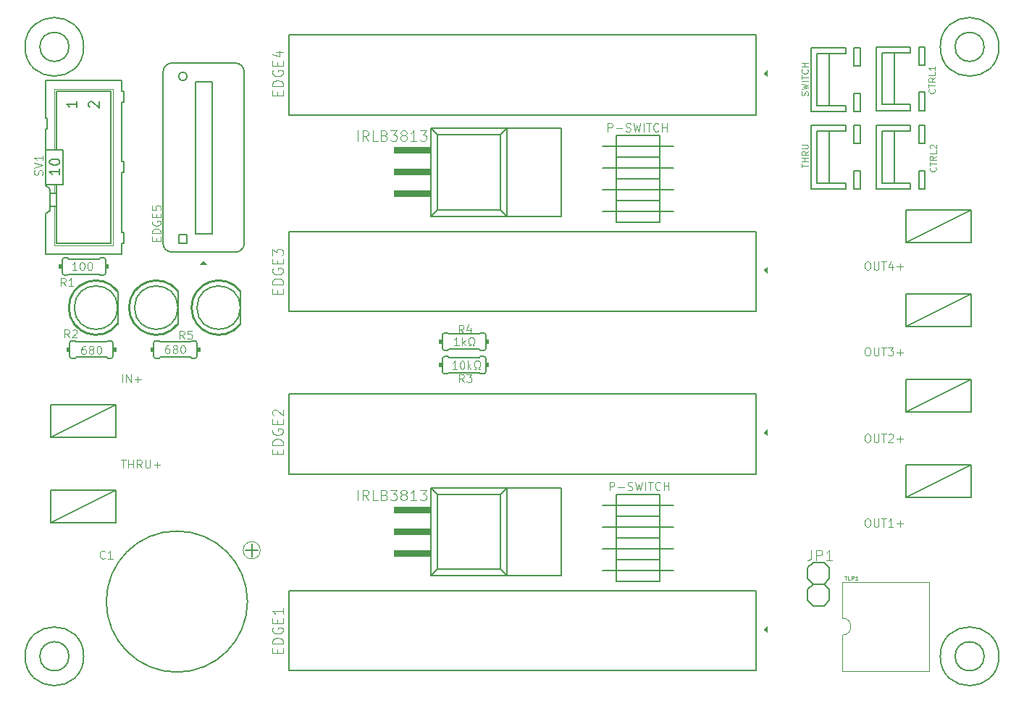
<source format=gbr>
%TF.GenerationSoftware,KiCad,Pcbnew,(5.1.10)-1*%
%TF.CreationDate,2022-06-25T22:45:11+09:00*%
%TF.ProjectId,PowerUnit-Bseries(ver1.0),506f7765-7255-46e6-9974-2d4273657269,rev?*%
%TF.SameCoordinates,Original*%
%TF.FileFunction,Legend,Top*%
%TF.FilePolarity,Positive*%
%FSLAX46Y46*%
G04 Gerber Fmt 4.6, Leading zero omitted, Abs format (unit mm)*
G04 Created by KiCad (PCBNEW (5.1.10)-1) date 2022-06-25 22:45:11*
%MOMM*%
%LPD*%
G01*
G04 APERTURE LIST*
%ADD10C,0.100000*%
%ADD11C,0.152400*%
%ADD12C,0.127000*%
%ADD13C,0.203200*%
%ADD14C,0.254000*%
%ADD15C,0.050800*%
%ADD16C,0.150000*%
%ADD17C,0.077216*%
%ADD18C,0.076000*%
%ADD19C,0.060800*%
%ADD20C,0.120650*%
%ADD21C,0.094107*%
%ADD22C,0.095000*%
%ADD23C,0.038000*%
%ADD24C,0.096520*%
G04 APERTURE END LIST*
D10*
%TO.C,C1*%
X119224100Y-128105600D02*
G75*
G03*
X119224100Y-128105600I-1000000J0D01*
G01*
D11*
X118224100Y-127355600D02*
X118224100Y-128855600D01*
X117474100Y-128105600D02*
X118974100Y-128105600D01*
X117724100Y-134105600D02*
G75*
G03*
X117724100Y-134105600I-8250000J0D01*
G01*
D12*
%TO.C,CTRL1*%
X196250100Y-71373600D02*
X196950100Y-71373600D01*
X196250100Y-71373600D02*
X196250100Y-69233600D01*
X196950100Y-69233600D02*
X196250100Y-69233600D01*
X196950100Y-71373600D02*
X196950100Y-69233600D01*
X196250100Y-74533600D02*
X196950100Y-74533600D01*
X195250100Y-69933600D02*
X195250100Y-69233600D01*
X195250100Y-76673600D02*
X195250100Y-75973600D01*
X193330100Y-75973600D02*
X193330100Y-69933600D01*
X193330100Y-75973600D02*
X191900100Y-75973600D01*
X195250100Y-75973600D02*
X193330100Y-75973600D01*
X196250100Y-74533600D02*
X196250100Y-76673600D01*
X193330100Y-69933600D02*
X195250100Y-69933600D01*
X191900100Y-69933600D02*
X193330100Y-69933600D01*
X191900100Y-75973600D02*
X191900100Y-69933600D01*
X195250100Y-76673600D02*
X191200100Y-76673600D01*
X196950100Y-76673600D02*
X196250100Y-76673600D01*
X196950100Y-74533600D02*
X196950100Y-76673600D01*
X191200100Y-69233600D02*
X195250100Y-69233600D01*
X191200100Y-76673600D02*
X191200100Y-69233600D01*
%TO.C,CTRL2*%
X196250100Y-80551600D02*
X196950100Y-80551600D01*
X196250100Y-80551600D02*
X196250100Y-78411600D01*
X196950100Y-78411600D02*
X196250100Y-78411600D01*
X196950100Y-80551600D02*
X196950100Y-78411600D01*
X196250100Y-83711600D02*
X196950100Y-83711600D01*
X195250100Y-79111600D02*
X195250100Y-78411600D01*
X195250100Y-85851600D02*
X195250100Y-85151600D01*
X193330100Y-85151600D02*
X193330100Y-79111600D01*
X193330100Y-85151600D02*
X191900100Y-85151600D01*
X195250100Y-85151600D02*
X193330100Y-85151600D01*
X196250100Y-83711600D02*
X196250100Y-85851600D01*
X193330100Y-79111600D02*
X195250100Y-79111600D01*
X191900100Y-79111600D02*
X193330100Y-79111600D01*
X191900100Y-85151600D02*
X191900100Y-79111600D01*
X195250100Y-85851600D02*
X191200100Y-85851600D01*
X196950100Y-85851600D02*
X196250100Y-85851600D01*
X196950100Y-83711600D02*
X196950100Y-85851600D01*
X191200100Y-78411600D02*
X195250100Y-78411600D01*
X191200100Y-85851600D02*
X191200100Y-78411600D01*
D10*
%TO.C,EDGE5*%
G36*
X112104100Y-94732600D02*
G01*
X112604100Y-94232600D01*
X113104100Y-94732600D01*
X112104100Y-94732600D01*
G37*
D11*
X110678400Y-72683600D02*
G75*
G03*
X110678400Y-72683600I-500000J0D01*
G01*
X109678400Y-91183600D02*
X109678400Y-92183600D01*
X110678400Y-91183600D02*
X109678400Y-91183600D01*
X110678400Y-92183600D02*
X110678400Y-91183600D01*
X109678400Y-92183600D02*
X110678400Y-92183600D01*
X111632550Y-73293600D02*
X111632550Y-91073600D01*
X113575650Y-73293600D02*
X111632550Y-73293600D01*
X113575650Y-91073600D02*
X113575650Y-73293600D01*
X111632550Y-91073600D02*
X113575650Y-91073600D01*
X117341200Y-92232600D02*
X117341200Y-72134600D01*
X108867000Y-93232600D02*
X116341200Y-93232600D01*
X107867000Y-72134600D02*
X107867000Y-92232600D01*
X116341200Y-71134600D02*
X108867000Y-71134600D01*
X116341200Y-71134600D02*
G75*
G02*
X117341200Y-72134600I0J-1000000D01*
G01*
X117341200Y-92232600D02*
G75*
G02*
X116341200Y-93232600I-1000000J0D01*
G01*
X108867000Y-93232600D02*
G75*
G02*
X107867000Y-92232600I0J1000000D01*
G01*
X107867000Y-72134600D02*
G75*
G02*
X108867000Y-71134600I1000000J0D01*
G01*
D12*
%TO.C,IN-*%
X102311100Y-111098600D02*
X94691100Y-114908600D01*
X102311100Y-114908600D02*
X94691100Y-114908600D01*
X102311100Y-111098600D02*
X102311100Y-114908600D01*
X94691100Y-111098600D02*
X102311100Y-111098600D01*
X94691100Y-114908600D02*
X94691100Y-111098600D01*
D11*
%TO.C,JP1*%
X183211100Y-132691600D02*
X183846100Y-132056600D01*
X183211100Y-133961600D02*
X183211100Y-132691600D01*
X183846100Y-134596600D02*
X183211100Y-133961600D01*
X185116100Y-134596600D02*
X183846100Y-134596600D01*
X185751100Y-133961600D02*
X185116100Y-134596600D01*
X185751100Y-132691600D02*
X185751100Y-133961600D01*
X185116100Y-132056600D02*
X185751100Y-132691600D01*
X183211100Y-131421600D02*
X183211100Y-130151600D01*
X183846100Y-129516600D02*
X183211100Y-130151600D01*
X185751100Y-130151600D02*
X185116100Y-129516600D01*
X185116100Y-129516600D02*
X183846100Y-129516600D01*
X183846100Y-132056600D02*
X183211100Y-131421600D01*
X185116100Y-132056600D02*
X183846100Y-132056600D01*
X185751100Y-131421600D02*
X185116100Y-132056600D01*
X185751100Y-130151600D02*
X185751100Y-131421600D01*
%TO.C,LED1*%
X102555100Y-99729600D02*
G75*
G03*
X102555100Y-99729600I-2540000J0D01*
G01*
D13*
X102555100Y-101634600D02*
X102555100Y-97824600D01*
D14*
X102555100Y-97824600D02*
G75*
G03*
X102555100Y-101634600I-2540000J-1905000D01*
G01*
D11*
%TO.C,LED2*%
X109601100Y-99729600D02*
G75*
G03*
X109601100Y-99729600I-2540000J0D01*
G01*
D13*
X109601100Y-101634600D02*
X109601100Y-97824600D01*
D14*
X109601100Y-97824600D02*
G75*
G03*
X109601100Y-101634600I-2540000J-1905000D01*
G01*
D11*
%TO.C,LED3*%
X116901100Y-99729600D02*
G75*
G03*
X116901100Y-99729600I-2540000J0D01*
G01*
D13*
X116901100Y-101634600D02*
X116901100Y-97824600D01*
D14*
X116901100Y-97824600D02*
G75*
G03*
X116901100Y-101634600I-2540000J-1905000D01*
G01*
D12*
%TO.C,OUT1-*%
X194691100Y-121908600D02*
X202311100Y-118098600D01*
X194691100Y-118098600D02*
X202311100Y-118098600D01*
X194691100Y-121908600D02*
X194691100Y-118098600D01*
X202311100Y-121908600D02*
X194691100Y-121908600D01*
X202311100Y-118098600D02*
X202311100Y-121908600D01*
%TO.C,OUT2-*%
X194691100Y-111908600D02*
X202311100Y-108098600D01*
X194691100Y-108098600D02*
X202311100Y-108098600D01*
X194691100Y-111908600D02*
X194691100Y-108098600D01*
X202311100Y-111908600D02*
X194691100Y-111908600D01*
X202311100Y-108098600D02*
X202311100Y-111908600D01*
%TO.C,OUT3-*%
X194691100Y-101908600D02*
X202311100Y-98098600D01*
X194691100Y-98098600D02*
X202311100Y-98098600D01*
X194691100Y-101908600D02*
X194691100Y-98098600D01*
X202311100Y-101908600D02*
X194691100Y-101908600D01*
X202311100Y-98098600D02*
X202311100Y-101908600D01*
%TO.C,OUT4-*%
X194691100Y-92108600D02*
X202311100Y-88298600D01*
X194691100Y-88298600D02*
X202311100Y-88298600D01*
X194691100Y-92108600D02*
X194691100Y-88298600D01*
X202311100Y-92108600D02*
X194691100Y-92108600D01*
X202311100Y-88298600D02*
X202311100Y-92108600D01*
%TO.C,P-1*%
X165910100Y-131773600D02*
X165910100Y-129233600D01*
X160830100Y-131773600D02*
X165910100Y-131773600D01*
X160830100Y-129233600D02*
X160830100Y-131773600D01*
X165910100Y-129233600D02*
X160830100Y-129233600D01*
X167500775Y-130503600D02*
X159239425Y-130503600D01*
%TO.C,P-2*%
X165910100Y-129233600D02*
X165910100Y-126693600D01*
X160830100Y-129233600D02*
X165910100Y-129233600D01*
X160830100Y-126693600D02*
X160830100Y-129233600D01*
X165910100Y-126693600D02*
X160830100Y-126693600D01*
X167500775Y-127963600D02*
X159239425Y-127963600D01*
%TO.C,P-3*%
X165910100Y-126693600D02*
X165910100Y-124153600D01*
X160830100Y-126693600D02*
X165910100Y-126693600D01*
X160830100Y-124153600D02*
X160830100Y-126693600D01*
X165910100Y-124153600D02*
X160830100Y-124153600D01*
X167500775Y-125423600D02*
X159239425Y-125423600D01*
%TO.C,P-4*%
X165910100Y-124153600D02*
X165910100Y-121613600D01*
X160830100Y-124153600D02*
X165910100Y-124153600D01*
X160830100Y-121613600D02*
X160830100Y-124153600D01*
X165910100Y-121613600D02*
X160830100Y-121613600D01*
X167500775Y-122883600D02*
X159239425Y-122883600D01*
%TO.C,P-5*%
X165910100Y-89773600D02*
X165910100Y-87233600D01*
X160830100Y-89773600D02*
X165910100Y-89773600D01*
X160830100Y-87233600D02*
X160830100Y-89773600D01*
X165910100Y-87233600D02*
X160830100Y-87233600D01*
X167500775Y-88503600D02*
X159239425Y-88503600D01*
%TO.C,P-6*%
X165910100Y-87233600D02*
X165910100Y-84693600D01*
X160830100Y-87233600D02*
X165910100Y-87233600D01*
X160830100Y-84693600D02*
X160830100Y-87233600D01*
X165910100Y-84693600D02*
X160830100Y-84693600D01*
X167500775Y-85963600D02*
X159239425Y-85963600D01*
%TO.C,P-7*%
X165910100Y-84693600D02*
X165910100Y-82153600D01*
X160830100Y-84693600D02*
X165910100Y-84693600D01*
X160830100Y-82153600D02*
X160830100Y-84693600D01*
X165910100Y-82153600D02*
X160830100Y-82153600D01*
X167500775Y-83423600D02*
X159239425Y-83423600D01*
%TO.C,P-8*%
X167500775Y-80883600D02*
X159239425Y-80883600D01*
X165910100Y-79613600D02*
X160830100Y-79613600D01*
X160830100Y-79613600D02*
X160830100Y-82153600D01*
X160830100Y-82153600D02*
X165910100Y-82153600D01*
X165910100Y-82153600D02*
X165910100Y-79613600D01*
D10*
%TO.C,R1*%
G36*
X95694100Y-95169600D02*
G01*
X96075100Y-95169600D01*
X96075100Y-94661600D01*
X95694100Y-94661600D01*
X95694100Y-95169600D01*
G37*
G36*
X101155100Y-95169600D02*
G01*
X101536100Y-95169600D01*
X101536100Y-94661600D01*
X101155100Y-94661600D01*
X101155100Y-95169600D01*
G37*
D11*
X101155100Y-95677600D02*
X101155100Y-94153600D01*
X100901100Y-95931600D02*
X100520100Y-95931600D01*
X100901100Y-93899600D02*
X100520100Y-93899600D01*
X100393100Y-95804600D02*
X96837100Y-95804600D01*
X100393100Y-95804600D02*
X100520100Y-95931600D01*
X100393100Y-94026600D02*
X96837100Y-94026600D01*
X100393100Y-94026600D02*
X100520100Y-93899600D01*
X96837100Y-95804600D02*
X96710100Y-95931600D01*
X96329100Y-95931600D02*
X96710100Y-95931600D01*
X96837100Y-94026600D02*
X96710100Y-93899600D01*
X96329100Y-93899600D02*
X96710100Y-93899600D01*
X96075100Y-95677600D02*
X96075100Y-94153600D01*
X101155100Y-94153600D02*
G75*
G03*
X100901100Y-93899600I-254000J0D01*
G01*
X101155100Y-95677600D02*
G75*
G02*
X100901100Y-95931600I-254000J0D01*
G01*
X96329100Y-95931600D02*
G75*
G02*
X96075100Y-95677600I0J254000D01*
G01*
X96329100Y-93899600D02*
G75*
G03*
X96075100Y-94153600I0J-254000D01*
G01*
D10*
%TO.C,R2*%
G36*
X96543100Y-104887600D02*
G01*
X96924100Y-104887600D01*
X96924100Y-104379600D01*
X96543100Y-104379600D01*
X96543100Y-104887600D01*
G37*
G36*
X102004100Y-104887600D02*
G01*
X102385100Y-104887600D01*
X102385100Y-104379600D01*
X102004100Y-104379600D01*
X102004100Y-104887600D01*
G37*
D11*
X102004100Y-105395600D02*
X102004100Y-103871600D01*
X101750100Y-105649600D02*
X101369100Y-105649600D01*
X101750100Y-103617600D02*
X101369100Y-103617600D01*
X101242100Y-105522600D02*
X97686100Y-105522600D01*
X101242100Y-105522600D02*
X101369100Y-105649600D01*
X101242100Y-103744600D02*
X97686100Y-103744600D01*
X101242100Y-103744600D02*
X101369100Y-103617600D01*
X97686100Y-105522600D02*
X97559100Y-105649600D01*
X97178100Y-105649600D02*
X97559100Y-105649600D01*
X97686100Y-103744600D02*
X97559100Y-103617600D01*
X97178100Y-103617600D02*
X97559100Y-103617600D01*
X96924100Y-105395600D02*
X96924100Y-103871600D01*
X102004100Y-103871600D02*
G75*
G03*
X101750100Y-103617600I-254000J0D01*
G01*
X102004100Y-105395600D02*
G75*
G02*
X101750100Y-105649600I-254000J0D01*
G01*
X97178100Y-105649600D02*
G75*
G02*
X96924100Y-105395600I0J254000D01*
G01*
X97178100Y-103617600D02*
G75*
G03*
X96924100Y-103871600I0J-254000D01*
G01*
D10*
%TO.C,R3*%
G36*
X145978880Y-103459280D02*
G01*
X145597880Y-103459280D01*
X145597880Y-103967280D01*
X145978880Y-103967280D01*
X145978880Y-103459280D01*
G37*
G36*
X140517880Y-103459280D02*
G01*
X140136880Y-103459280D01*
X140136880Y-103967280D01*
X140517880Y-103967280D01*
X140517880Y-103459280D01*
G37*
D11*
X140517880Y-102951280D02*
X140517880Y-104475280D01*
X140771880Y-102697280D02*
X141152880Y-102697280D01*
X140771880Y-104729280D02*
X141152880Y-104729280D01*
X141279880Y-102824280D02*
X144835880Y-102824280D01*
X141279880Y-102824280D02*
X141152880Y-102697280D01*
X141279880Y-104602280D02*
X144835880Y-104602280D01*
X141279880Y-104602280D02*
X141152880Y-104729280D01*
X144835880Y-102824280D02*
X144962880Y-102697280D01*
X145343880Y-102697280D02*
X144962880Y-102697280D01*
X144835880Y-104602280D02*
X144962880Y-104729280D01*
X145343880Y-104729280D02*
X144962880Y-104729280D01*
X145597880Y-102951280D02*
X145597880Y-104475280D01*
X140517880Y-104475280D02*
G75*
G03*
X140771880Y-104729280I254000J0D01*
G01*
X140517880Y-102951280D02*
G75*
G02*
X140771880Y-102697280I254000J0D01*
G01*
X145343880Y-102697280D02*
G75*
G02*
X145597880Y-102951280I0J-254000D01*
G01*
X145343880Y-104729280D02*
G75*
G03*
X145597880Y-104475280I0J254000D01*
G01*
D10*
%TO.C,R4*%
G36*
X140136880Y-106715560D02*
G01*
X140517880Y-106715560D01*
X140517880Y-106207560D01*
X140136880Y-106207560D01*
X140136880Y-106715560D01*
G37*
G36*
X145597880Y-106715560D02*
G01*
X145978880Y-106715560D01*
X145978880Y-106207560D01*
X145597880Y-106207560D01*
X145597880Y-106715560D01*
G37*
D11*
X145597880Y-107223560D02*
X145597880Y-105699560D01*
X145343880Y-107477560D02*
X144962880Y-107477560D01*
X145343880Y-105445560D02*
X144962880Y-105445560D01*
X144835880Y-107350560D02*
X141279880Y-107350560D01*
X144835880Y-107350560D02*
X144962880Y-107477560D01*
X144835880Y-105572560D02*
X141279880Y-105572560D01*
X144835880Y-105572560D02*
X144962880Y-105445560D01*
X141279880Y-107350560D02*
X141152880Y-107477560D01*
X140771880Y-107477560D02*
X141152880Y-107477560D01*
X141279880Y-105572560D02*
X141152880Y-105445560D01*
X140771880Y-105445560D02*
X141152880Y-105445560D01*
X140517880Y-107223560D02*
X140517880Y-105699560D01*
X145597880Y-105699560D02*
G75*
G03*
X145343880Y-105445560I-254000J0D01*
G01*
X145597880Y-107223560D02*
G75*
G02*
X145343880Y-107477560I-254000J0D01*
G01*
X140771880Y-107477560D02*
G75*
G02*
X140517880Y-107223560I0J254000D01*
G01*
X140771880Y-105445560D02*
G75*
G03*
X140517880Y-105699560I0J-254000D01*
G01*
D10*
%TO.C,R5*%
G36*
X112208100Y-104379600D02*
G01*
X111827100Y-104379600D01*
X111827100Y-104887600D01*
X112208100Y-104887600D01*
X112208100Y-104379600D01*
G37*
G36*
X106747100Y-104379600D02*
G01*
X106366100Y-104379600D01*
X106366100Y-104887600D01*
X106747100Y-104887600D01*
X106747100Y-104379600D01*
G37*
D11*
X106747100Y-103871600D02*
X106747100Y-105395600D01*
X107001100Y-103617600D02*
X107382100Y-103617600D01*
X107001100Y-105649600D02*
X107382100Y-105649600D01*
X107509100Y-103744600D02*
X111065100Y-103744600D01*
X107509100Y-103744600D02*
X107382100Y-103617600D01*
X107509100Y-105522600D02*
X111065100Y-105522600D01*
X107509100Y-105522600D02*
X107382100Y-105649600D01*
X111065100Y-103744600D02*
X111192100Y-103617600D01*
X111573100Y-103617600D02*
X111192100Y-103617600D01*
X111065100Y-105522600D02*
X111192100Y-105649600D01*
X111573100Y-105649600D02*
X111192100Y-105649600D01*
X111827100Y-103871600D02*
X111827100Y-105395600D01*
X106747100Y-105395600D02*
G75*
G03*
X107001100Y-105649600I254000J0D01*
G01*
X106747100Y-103871600D02*
G75*
G02*
X107001100Y-103617600I254000J0D01*
G01*
X111573100Y-103617600D02*
G75*
G02*
X111827100Y-103871600I0J-254000D01*
G01*
X111573100Y-105649600D02*
G75*
G03*
X111827100Y-105395600I0J254000D01*
G01*
D12*
%TO.C,SV1*%
X94138100Y-77595600D02*
X94138100Y-73150600D01*
X94138100Y-77595600D02*
X94265100Y-77595600D01*
X94265100Y-78865600D02*
X94265100Y-77595600D01*
X94265100Y-78865600D02*
X94138100Y-78865600D01*
X94138100Y-81278600D02*
X94138100Y-78865600D01*
X94646100Y-87882600D02*
X94646100Y-86358600D01*
X95154100Y-87882600D02*
X94646100Y-87882600D01*
X94646100Y-86358600D02*
X94646100Y-85850600D01*
X95154100Y-86358600D02*
X94646100Y-86358600D01*
X95154100Y-81278600D02*
X94138100Y-81278600D01*
D15*
X95154100Y-74166600D02*
X95154100Y-81278600D01*
X102012100Y-74166600D02*
X95154100Y-74166600D01*
X102012100Y-92454600D02*
X102012100Y-74166600D01*
X95154100Y-92454600D02*
X102012100Y-92454600D01*
X95154100Y-87882600D02*
X95154100Y-92454600D01*
D12*
X95154100Y-85342600D02*
X94138100Y-85342600D01*
D15*
X95154100Y-86358600D02*
X95154100Y-85342600D01*
D12*
X94646100Y-88390600D02*
X94646100Y-87882600D01*
X94646100Y-88390600D02*
X94138100Y-88771600D01*
X94138100Y-85469600D02*
X94646100Y-85850600D01*
X95408100Y-87882600D02*
X95408100Y-86358600D01*
X95408100Y-87882600D02*
X95154100Y-87882600D01*
X95408100Y-86358600D02*
X95408100Y-85342600D01*
X95408100Y-86358600D02*
X95154100Y-86358600D01*
X94138100Y-85342600D02*
X94138100Y-81278600D01*
X94138100Y-85469600D02*
X94138100Y-85342600D01*
X103028100Y-75690600D02*
X103028100Y-82675600D01*
X103282100Y-75690600D02*
X103028100Y-75690600D01*
X103282100Y-74420600D02*
X103028100Y-74420600D01*
X103282100Y-75690600D02*
X103282100Y-74420600D01*
X103282100Y-82675600D02*
X103028100Y-82675600D01*
X103028100Y-83945600D02*
X103028100Y-90930600D01*
X103282100Y-83945600D02*
X103028100Y-83945600D01*
X103282100Y-83945600D02*
X103282100Y-82675600D01*
X103028100Y-92200600D02*
X103028100Y-93470600D01*
X103028100Y-90930600D02*
X103282100Y-90930600D01*
X103282100Y-92200600D02*
X103282100Y-90930600D01*
X103028100Y-92200600D02*
X103282100Y-92200600D01*
X95408100Y-85342600D02*
X95154100Y-85342600D01*
X96170100Y-85342600D02*
X95408100Y-85342600D01*
X95408100Y-81278600D02*
X95154100Y-81278600D01*
X95408100Y-81278600D02*
X95408100Y-74420600D01*
X95408100Y-81278600D02*
X96170100Y-81278600D01*
X96170100Y-85342600D02*
X96170100Y-81278600D01*
X95408100Y-92200600D02*
X95408100Y-87882600D01*
X103028100Y-73150600D02*
X94138100Y-73150600D01*
X94138100Y-93470600D02*
X103028100Y-93470600D01*
X94138100Y-93470600D02*
X94138100Y-88771600D01*
X103028100Y-73150600D02*
X103028100Y-74420600D01*
X101758100Y-74420600D02*
X95408100Y-74420600D01*
X95408100Y-92200600D02*
X101758100Y-92200600D01*
X101758100Y-74420600D02*
X101758100Y-92200600D01*
%TO.C,SWITCH*%
X188647100Y-71500600D02*
X189347100Y-71500600D01*
X188647100Y-71500600D02*
X188647100Y-69360600D01*
X189347100Y-69360600D02*
X188647100Y-69360600D01*
X189347100Y-71500600D02*
X189347100Y-69360600D01*
X188647100Y-74660600D02*
X189347100Y-74660600D01*
X187647100Y-70060600D02*
X187647100Y-69360600D01*
X187647100Y-76800600D02*
X187647100Y-76100600D01*
X185727100Y-76100600D02*
X185727100Y-70060600D01*
X185727100Y-76100600D02*
X184297100Y-76100600D01*
X187647100Y-76100600D02*
X185727100Y-76100600D01*
X188647100Y-74660600D02*
X188647100Y-76800600D01*
X185727100Y-70060600D02*
X187647100Y-70060600D01*
X184297100Y-70060600D02*
X185727100Y-70060600D01*
X184297100Y-76100600D02*
X184297100Y-70060600D01*
X187647100Y-76800600D02*
X183597100Y-76800600D01*
X189347100Y-76800600D02*
X188647100Y-76800600D01*
X189347100Y-74660600D02*
X189347100Y-76800600D01*
X183597100Y-69360600D02*
X187647100Y-69360600D01*
X183597100Y-76800600D02*
X183597100Y-69360600D01*
%TO.C,THRU-*%
X102311100Y-121098600D02*
X94691100Y-124908600D01*
X102311100Y-124908600D02*
X94691100Y-124908600D01*
X102311100Y-121098600D02*
X102311100Y-124908600D01*
X94691100Y-121098600D02*
X102311100Y-121098600D01*
X94691100Y-124908600D02*
X94691100Y-121098600D01*
%TO.C,THRU*%
X188647100Y-80551600D02*
X189347100Y-80551600D01*
X188647100Y-80551600D02*
X188647100Y-78411600D01*
X189347100Y-78411600D02*
X188647100Y-78411600D01*
X189347100Y-80551600D02*
X189347100Y-78411600D01*
X188647100Y-83711600D02*
X189347100Y-83711600D01*
X187647100Y-79111600D02*
X187647100Y-78411600D01*
X187647100Y-85851600D02*
X187647100Y-85151600D01*
X185727100Y-85151600D02*
X185727100Y-79111600D01*
X185727100Y-85151600D02*
X184297100Y-85151600D01*
X187647100Y-85151600D02*
X185727100Y-85151600D01*
X188647100Y-83711600D02*
X188647100Y-85851600D01*
X185727100Y-79111600D02*
X187647100Y-79111600D01*
X184297100Y-79111600D02*
X185727100Y-79111600D01*
X184297100Y-85151600D02*
X184297100Y-79111600D01*
X187647100Y-85851600D02*
X183597100Y-85851600D01*
X189347100Y-85851600D02*
X188647100Y-85851600D01*
X189347100Y-83711600D02*
X189347100Y-85851600D01*
X183597100Y-78411600D02*
X187647100Y-78411600D01*
X183597100Y-85851600D02*
X183597100Y-78411600D01*
D10*
%TO.C,TLP1*%
X187274100Y-136026600D02*
X187274100Y-131821600D01*
X187274100Y-142231600D02*
X187274100Y-138026600D01*
X187274100Y-131821600D02*
X197434100Y-131821600D01*
X197434100Y-142231600D02*
X187274100Y-142231600D01*
X197434100Y-131821600D02*
X197434100Y-142231600D01*
X187274100Y-138026600D02*
G75*
G03*
X187274100Y-136026600I0J1000000D01*
G01*
D12*
%TO.C,IRLB3813*%
X139135100Y-131077100D02*
X139897100Y-130315100D01*
X139135100Y-120790100D02*
X139897100Y-121552100D01*
X148101300Y-131077100D02*
X147339300Y-130315100D01*
X148101300Y-120790100D02*
X147339300Y-121552100D01*
X147339300Y-130315100D02*
X147339300Y-121552100D01*
X139897100Y-130315100D02*
X147339300Y-130315100D01*
X139897100Y-121552100D02*
X139897100Y-130315100D01*
X147339300Y-121552100D02*
X139897100Y-121552100D01*
X148101300Y-120790100D02*
X148101300Y-131077100D01*
X148101300Y-120790100D02*
X139135100Y-120790100D01*
X154375100Y-120790100D02*
X148101300Y-120790100D01*
X154375100Y-131077100D02*
X154375100Y-120790100D01*
X148101300Y-131077100D02*
X154375100Y-131077100D01*
X139135100Y-131077100D02*
X148101300Y-131077100D01*
X139135100Y-120790100D02*
X139135100Y-131077100D01*
D10*
G36*
X134817100Y-128092600D02*
G01*
X134817100Y-128854600D01*
X139135100Y-128854600D01*
X139135100Y-128092600D01*
X134817100Y-128092600D01*
G37*
G36*
X134817100Y-125552600D02*
G01*
X134817100Y-126314600D01*
X139135100Y-126314600D01*
X139135100Y-125552600D01*
X134817100Y-125552600D01*
G37*
G36*
X134817100Y-123012600D02*
G01*
X134817100Y-123774600D01*
X139135100Y-123774600D01*
X139135100Y-123012600D01*
X134817100Y-123012600D01*
G37*
D12*
X139135100Y-89029100D02*
X139897100Y-88267100D01*
X139135100Y-78742100D02*
X139897100Y-79504100D01*
X148101300Y-89029100D02*
X147339300Y-88267100D01*
X148101300Y-78742100D02*
X147339300Y-79504100D01*
X147339300Y-88267100D02*
X147339300Y-79504100D01*
X139897100Y-88267100D02*
X147339300Y-88267100D01*
X139897100Y-79504100D02*
X139897100Y-88267100D01*
X147339300Y-79504100D02*
X139897100Y-79504100D01*
X148101300Y-78742100D02*
X148101300Y-89029100D01*
X148101300Y-78742100D02*
X139135100Y-78742100D01*
X154375100Y-78742100D02*
X148101300Y-78742100D01*
X154375100Y-89029100D02*
X154375100Y-78742100D01*
X148101300Y-89029100D02*
X154375100Y-89029100D01*
X139135100Y-89029100D02*
X148101300Y-89029100D01*
X139135100Y-78742100D02*
X139135100Y-89029100D01*
D10*
G36*
X134817100Y-86044600D02*
G01*
X134817100Y-86806600D01*
X139135100Y-86806600D01*
X139135100Y-86044600D01*
X134817100Y-86044600D01*
G37*
G36*
X134817100Y-83504600D02*
G01*
X134817100Y-84266600D01*
X139135100Y-84266600D01*
X139135100Y-83504600D01*
X134817100Y-83504600D01*
G37*
G36*
X134817100Y-80964600D02*
G01*
X134817100Y-81726600D01*
X139135100Y-81726600D01*
X139135100Y-80964600D01*
X134817100Y-80964600D01*
G37*
D13*
%TO.C,H1*%
X96851100Y-140503600D02*
G75*
G03*
X96851100Y-140503600I-1700000J0D01*
G01*
D11*
X98580100Y-140503600D02*
G75*
G03*
X98580100Y-140503600I-3429000J0D01*
G01*
D13*
%TO.C,H2*%
X96851100Y-69233600D02*
G75*
G03*
X96851100Y-69233600I-1700000J0D01*
G01*
D11*
X98580100Y-69233600D02*
G75*
G03*
X98580100Y-69233600I-3429000J0D01*
G01*
D13*
%TO.C,H3*%
X203851100Y-140503600D02*
G75*
G03*
X203851100Y-140503600I-1700000J0D01*
G01*
D11*
X205580100Y-140503600D02*
G75*
G03*
X205580100Y-140503600I-3429000J0D01*
G01*
D13*
%TO.C,H4*%
X203851100Y-69233600D02*
G75*
G03*
X203851100Y-69233600I-1700000J0D01*
G01*
D11*
X205580100Y-69233600D02*
G75*
G03*
X205580100Y-69233600I-3429000J0D01*
G01*
D10*
%TO.C,EDGE1*%
G36*
X178583100Y-136995600D02*
G01*
X178075100Y-137376600D01*
X178583100Y-137757600D01*
X178583100Y-136995600D01*
G37*
D12*
X122576100Y-132830000D02*
X177186100Y-132830000D01*
X122576100Y-142177200D02*
X122576100Y-132830000D01*
X177186100Y-142177200D02*
X122576100Y-142177200D01*
X177186100Y-132830000D02*
X177186100Y-142177200D01*
D10*
%TO.C,EDGE2*%
G36*
X178583100Y-113995600D02*
G01*
X178075100Y-114376600D01*
X178583100Y-114757600D01*
X178583100Y-113995600D01*
G37*
D12*
X122576100Y-109830000D02*
X177186100Y-109830000D01*
X122576100Y-119177200D02*
X122576100Y-109830000D01*
X177186100Y-119177200D02*
X122576100Y-119177200D01*
X177186100Y-109830000D02*
X177186100Y-119177200D01*
D10*
%TO.C,EDGE3*%
G36*
X178583100Y-94995600D02*
G01*
X178075100Y-95376600D01*
X178583100Y-95757600D01*
X178583100Y-94995600D01*
G37*
D12*
X122576100Y-90830000D02*
X177186100Y-90830000D01*
X122576100Y-100177200D02*
X122576100Y-90830000D01*
X177186100Y-100177200D02*
X122576100Y-100177200D01*
X177186100Y-90830000D02*
X177186100Y-100177200D01*
D10*
%TO.C,EDGE4*%
G36*
X178583100Y-71995600D02*
G01*
X178075100Y-72376600D01*
X178583100Y-72757600D01*
X178583100Y-71995600D01*
G37*
D12*
X122576100Y-67830000D02*
X177186100Y-67830000D01*
X122576100Y-77177200D02*
X122576100Y-67830000D01*
X177186100Y-77177200D02*
X122576100Y-77177200D01*
X177186100Y-67830000D02*
X177186100Y-77177200D01*
%TO.C,*%
D16*
D17*
X160066319Y-121081558D02*
X160066319Y-120116358D01*
X160434015Y-120116358D01*
X160525938Y-120162320D01*
X160571900Y-120208281D01*
X160617862Y-120300205D01*
X160617862Y-120438091D01*
X160571900Y-120530015D01*
X160525938Y-120575977D01*
X160434015Y-120621939D01*
X160066319Y-120621939D01*
X161031519Y-120713862D02*
X161766910Y-120713862D01*
X162180567Y-121035596D02*
X162318453Y-121081558D01*
X162548262Y-121081558D01*
X162640186Y-121035596D01*
X162686148Y-120989634D01*
X162732110Y-120897710D01*
X162732110Y-120805786D01*
X162686148Y-120713862D01*
X162640186Y-120667900D01*
X162548262Y-120621939D01*
X162364415Y-120575977D01*
X162272491Y-120530015D01*
X162226529Y-120484053D01*
X162180567Y-120392129D01*
X162180567Y-120300205D01*
X162226529Y-120208281D01*
X162272491Y-120162320D01*
X162364415Y-120116358D01*
X162594224Y-120116358D01*
X162732110Y-120162320D01*
X163053843Y-120116358D02*
X163283653Y-121081558D01*
X163467500Y-120392129D01*
X163651348Y-121081558D01*
X163881158Y-120116358D01*
X164248853Y-121081558D02*
X164248853Y-120116358D01*
X164570586Y-120116358D02*
X165122129Y-120116358D01*
X164846358Y-121081558D02*
X164846358Y-120116358D01*
X165995405Y-120989634D02*
X165949443Y-121035596D01*
X165811558Y-121081558D01*
X165719634Y-121081558D01*
X165581748Y-121035596D01*
X165489824Y-120943672D01*
X165443862Y-120851748D01*
X165397900Y-120667900D01*
X165397900Y-120530015D01*
X165443862Y-120346167D01*
X165489824Y-120254243D01*
X165581748Y-120162320D01*
X165719634Y-120116358D01*
X165811558Y-120116358D01*
X165949443Y-120162320D01*
X165995405Y-120208281D01*
X166409062Y-121081558D02*
X166409062Y-120116358D01*
X166409062Y-120575977D02*
X166960605Y-120575977D01*
X166960605Y-121081558D02*
X166960605Y-120116358D01*
D16*
%TO.C,C1*%
D18*
X101061547Y-129025885D02*
X101016309Y-129071123D01*
X100880595Y-129116361D01*
X100790119Y-129116361D01*
X100654404Y-129071123D01*
X100563928Y-128980647D01*
X100518690Y-128890171D01*
X100473452Y-128709219D01*
X100473452Y-128573504D01*
X100518690Y-128392552D01*
X100563928Y-128302076D01*
X100654404Y-128211600D01*
X100790119Y-128166361D01*
X100880595Y-128166361D01*
X101016309Y-128211600D01*
X101061547Y-128256838D01*
X101966309Y-129116361D02*
X101423452Y-129116361D01*
X101694880Y-129116361D02*
X101694880Y-128166361D01*
X101604404Y-128302076D01*
X101513928Y-128392552D01*
X101423452Y-128437790D01*
%TO.C,CTRL1*%
D19*
X198047528Y-74187841D02*
X198083719Y-74224032D01*
X198119909Y-74332603D01*
X198119909Y-74404984D01*
X198083719Y-74513556D01*
X198011338Y-74585937D01*
X197938957Y-74622127D01*
X197794195Y-74658318D01*
X197685623Y-74658318D01*
X197540861Y-74622127D01*
X197468480Y-74585937D01*
X197396100Y-74513556D01*
X197359909Y-74404984D01*
X197359909Y-74332603D01*
X197396100Y-74224032D01*
X197432290Y-74187841D01*
X197359909Y-73970699D02*
X197359909Y-73536413D01*
X198119909Y-73753556D02*
X197359909Y-73753556D01*
X198119909Y-72848794D02*
X197758004Y-73102127D01*
X198119909Y-73283080D02*
X197359909Y-73283080D01*
X197359909Y-72993556D01*
X197396100Y-72921175D01*
X197432290Y-72884984D01*
X197504671Y-72848794D01*
X197613242Y-72848794D01*
X197685623Y-72884984D01*
X197721814Y-72921175D01*
X197758004Y-72993556D01*
X197758004Y-73283080D01*
X198119909Y-72161175D02*
X198119909Y-72523080D01*
X197359909Y-72523080D01*
X198119909Y-71509746D02*
X198119909Y-71944032D01*
X198119909Y-71726889D02*
X197359909Y-71726889D01*
X197468480Y-71799270D01*
X197540861Y-71871651D01*
X197577052Y-71944032D01*
%TO.C,CTRL2*%
X198174528Y-83340841D02*
X198210719Y-83377032D01*
X198246909Y-83485603D01*
X198246909Y-83557984D01*
X198210719Y-83666556D01*
X198138338Y-83738937D01*
X198065957Y-83775127D01*
X197921195Y-83811318D01*
X197812623Y-83811318D01*
X197667861Y-83775127D01*
X197595480Y-83738937D01*
X197523100Y-83666556D01*
X197486909Y-83557984D01*
X197486909Y-83485603D01*
X197523100Y-83377032D01*
X197559290Y-83340841D01*
X197486909Y-83123699D02*
X197486909Y-82689413D01*
X198246909Y-82906556D02*
X197486909Y-82906556D01*
X198246909Y-82001794D02*
X197885004Y-82255127D01*
X198246909Y-82436080D02*
X197486909Y-82436080D01*
X197486909Y-82146556D01*
X197523100Y-82074175D01*
X197559290Y-82037984D01*
X197631671Y-82001794D01*
X197740242Y-82001794D01*
X197812623Y-82037984D01*
X197848814Y-82074175D01*
X197885004Y-82146556D01*
X197885004Y-82436080D01*
X198246909Y-81314175D02*
X198246909Y-81676080D01*
X197486909Y-81676080D01*
X197559290Y-81097032D02*
X197523100Y-81060841D01*
X197486909Y-80988460D01*
X197486909Y-80807508D01*
X197523100Y-80735127D01*
X197559290Y-80698937D01*
X197631671Y-80662746D01*
X197704052Y-80662746D01*
X197812623Y-80698937D01*
X198246909Y-81133222D01*
X198246909Y-80662746D01*
%TO.C,EDGE5*%
D18*
X107061242Y-91908009D02*
X107061242Y-91591342D01*
X107558861Y-91455628D02*
X107558861Y-91908009D01*
X106608861Y-91908009D01*
X106608861Y-91455628D01*
X107558861Y-91048485D02*
X106608861Y-91048485D01*
X106608861Y-90822295D01*
X106654100Y-90686580D01*
X106744576Y-90596104D01*
X106835052Y-90550866D01*
X107016004Y-90505628D01*
X107151719Y-90505628D01*
X107332671Y-90550866D01*
X107423147Y-90596104D01*
X107513623Y-90686580D01*
X107558861Y-90822295D01*
X107558861Y-91048485D01*
X106654100Y-89600866D02*
X106608861Y-89691342D01*
X106608861Y-89827057D01*
X106654100Y-89962771D01*
X106744576Y-90053247D01*
X106835052Y-90098485D01*
X107016004Y-90143723D01*
X107151719Y-90143723D01*
X107332671Y-90098485D01*
X107423147Y-90053247D01*
X107513623Y-89962771D01*
X107558861Y-89827057D01*
X107558861Y-89736580D01*
X107513623Y-89600866D01*
X107468385Y-89555628D01*
X107151719Y-89555628D01*
X107151719Y-89736580D01*
X107061242Y-89148485D02*
X107061242Y-88831819D01*
X107558861Y-88696104D02*
X107558861Y-89148485D01*
X106608861Y-89148485D01*
X106608861Y-88696104D01*
X106608861Y-87836580D02*
X106608861Y-88288961D01*
X107061242Y-88334200D01*
X107016004Y-88288961D01*
X106970766Y-88198485D01*
X106970766Y-87972295D01*
X107016004Y-87881819D01*
X107061242Y-87836580D01*
X107151719Y-87791342D01*
X107377909Y-87791342D01*
X107468385Y-87836580D01*
X107513623Y-87881819D01*
X107558861Y-87972295D01*
X107558861Y-88198485D01*
X107513623Y-88288961D01*
X107468385Y-88334200D01*
%TO.C,IN+*%
D17*
X103078879Y-108488238D02*
X103078879Y-107523038D01*
X103538498Y-108488238D02*
X103538498Y-107523038D01*
X104090041Y-108488238D01*
X104090041Y-107523038D01*
X104549660Y-108120542D02*
X105285051Y-108120542D01*
X104917356Y-108488238D02*
X104917356Y-107752847D01*
%TO.C,JP1*%
D20*
X183655298Y-128063847D02*
X183655298Y-128925633D01*
X183597846Y-129097990D01*
X183482941Y-129212895D01*
X183310584Y-129270347D01*
X183195679Y-129270347D01*
X184229822Y-129270347D02*
X184229822Y-128063847D01*
X184689441Y-128063847D01*
X184804346Y-128121300D01*
X184861798Y-128178752D01*
X184919251Y-128293657D01*
X184919251Y-128466014D01*
X184861798Y-128580919D01*
X184804346Y-128638371D01*
X184689441Y-128695823D01*
X184229822Y-128695823D01*
X186068298Y-129270347D02*
X185378870Y-129270347D01*
X185723584Y-129270347D02*
X185723584Y-128063847D01*
X185608679Y-128236204D01*
X185493774Y-128351109D01*
X185378870Y-128408561D01*
%TO.C,OUT1+*%
D17*
X190145967Y-124408958D02*
X190329815Y-124408958D01*
X190421738Y-124454920D01*
X190513662Y-124546843D01*
X190559624Y-124730691D01*
X190559624Y-125052424D01*
X190513662Y-125236272D01*
X190421738Y-125328196D01*
X190329815Y-125374158D01*
X190145967Y-125374158D01*
X190054043Y-125328196D01*
X189962119Y-125236272D01*
X189916158Y-125052424D01*
X189916158Y-124730691D01*
X189962119Y-124546843D01*
X190054043Y-124454920D01*
X190145967Y-124408958D01*
X190973281Y-124408958D02*
X190973281Y-125190310D01*
X191019243Y-125282234D01*
X191065205Y-125328196D01*
X191157129Y-125374158D01*
X191340977Y-125374158D01*
X191432900Y-125328196D01*
X191478862Y-125282234D01*
X191524824Y-125190310D01*
X191524824Y-124408958D01*
X191846558Y-124408958D02*
X192398100Y-124408958D01*
X192122329Y-125374158D02*
X192122329Y-124408958D01*
X193225415Y-125374158D02*
X192673872Y-125374158D01*
X192949643Y-125374158D02*
X192949643Y-124408958D01*
X192857719Y-124546843D01*
X192765796Y-124638767D01*
X192673872Y-124684729D01*
X193639072Y-125006462D02*
X194374462Y-125006462D01*
X194006767Y-125374158D02*
X194006767Y-124638767D01*
%TO.C,OUT2+*%
X190145967Y-114500438D02*
X190329815Y-114500438D01*
X190421738Y-114546400D01*
X190513662Y-114638323D01*
X190559624Y-114822171D01*
X190559624Y-115143904D01*
X190513662Y-115327752D01*
X190421738Y-115419676D01*
X190329815Y-115465638D01*
X190145967Y-115465638D01*
X190054043Y-115419676D01*
X189962119Y-115327752D01*
X189916158Y-115143904D01*
X189916158Y-114822171D01*
X189962119Y-114638323D01*
X190054043Y-114546400D01*
X190145967Y-114500438D01*
X190973281Y-114500438D02*
X190973281Y-115281790D01*
X191019243Y-115373714D01*
X191065205Y-115419676D01*
X191157129Y-115465638D01*
X191340977Y-115465638D01*
X191432900Y-115419676D01*
X191478862Y-115373714D01*
X191524824Y-115281790D01*
X191524824Y-114500438D01*
X191846558Y-114500438D02*
X192398100Y-114500438D01*
X192122329Y-115465638D02*
X192122329Y-114500438D01*
X192673872Y-114592361D02*
X192719834Y-114546400D01*
X192811758Y-114500438D01*
X193041567Y-114500438D01*
X193133491Y-114546400D01*
X193179453Y-114592361D01*
X193225415Y-114684285D01*
X193225415Y-114776209D01*
X193179453Y-114914095D01*
X192627910Y-115465638D01*
X193225415Y-115465638D01*
X193639072Y-115097942D02*
X194374462Y-115097942D01*
X194006767Y-115465638D02*
X194006767Y-114730247D01*
%TO.C,OUT3+*%
X190145967Y-104373438D02*
X190329815Y-104373438D01*
X190421738Y-104419400D01*
X190513662Y-104511323D01*
X190559624Y-104695171D01*
X190559624Y-105016904D01*
X190513662Y-105200752D01*
X190421738Y-105292676D01*
X190329815Y-105338638D01*
X190145967Y-105338638D01*
X190054043Y-105292676D01*
X189962119Y-105200752D01*
X189916158Y-105016904D01*
X189916158Y-104695171D01*
X189962119Y-104511323D01*
X190054043Y-104419400D01*
X190145967Y-104373438D01*
X190973281Y-104373438D02*
X190973281Y-105154790D01*
X191019243Y-105246714D01*
X191065205Y-105292676D01*
X191157129Y-105338638D01*
X191340977Y-105338638D01*
X191432900Y-105292676D01*
X191478862Y-105246714D01*
X191524824Y-105154790D01*
X191524824Y-104373438D01*
X191846558Y-104373438D02*
X192398100Y-104373438D01*
X192122329Y-105338638D02*
X192122329Y-104373438D01*
X192627910Y-104373438D02*
X193225415Y-104373438D01*
X192903681Y-104741133D01*
X193041567Y-104741133D01*
X193133491Y-104787095D01*
X193179453Y-104833057D01*
X193225415Y-104924980D01*
X193225415Y-105154790D01*
X193179453Y-105246714D01*
X193133491Y-105292676D01*
X193041567Y-105338638D01*
X192765796Y-105338638D01*
X192673872Y-105292676D01*
X192627910Y-105246714D01*
X193639072Y-104970942D02*
X194374462Y-104970942D01*
X194006767Y-105338638D02*
X194006767Y-104603247D01*
%TO.C,OUT4+*%
X190145967Y-94355678D02*
X190329815Y-94355678D01*
X190421738Y-94401640D01*
X190513662Y-94493563D01*
X190559624Y-94677411D01*
X190559624Y-94999144D01*
X190513662Y-95182992D01*
X190421738Y-95274916D01*
X190329815Y-95320878D01*
X190145967Y-95320878D01*
X190054043Y-95274916D01*
X189962119Y-95182992D01*
X189916158Y-94999144D01*
X189916158Y-94677411D01*
X189962119Y-94493563D01*
X190054043Y-94401640D01*
X190145967Y-94355678D01*
X190973281Y-94355678D02*
X190973281Y-95137030D01*
X191019243Y-95228954D01*
X191065205Y-95274916D01*
X191157129Y-95320878D01*
X191340977Y-95320878D01*
X191432900Y-95274916D01*
X191478862Y-95228954D01*
X191524824Y-95137030D01*
X191524824Y-94355678D01*
X191846558Y-94355678D02*
X192398100Y-94355678D01*
X192122329Y-95320878D02*
X192122329Y-94355678D01*
X193133491Y-94677411D02*
X193133491Y-95320878D01*
X192903681Y-94309716D02*
X192673872Y-94999144D01*
X193271377Y-94999144D01*
X193639072Y-94953182D02*
X194374462Y-94953182D01*
X194006767Y-95320878D02*
X194006767Y-94585487D01*
%TO.C,P-8*%
X159852959Y-79125838D02*
X159852959Y-78160638D01*
X160220655Y-78160638D01*
X160312578Y-78206600D01*
X160358540Y-78252561D01*
X160404502Y-78344485D01*
X160404502Y-78482371D01*
X160358540Y-78574295D01*
X160312578Y-78620257D01*
X160220655Y-78666219D01*
X159852959Y-78666219D01*
X160818159Y-78758142D02*
X161553550Y-78758142D01*
X161967207Y-79079876D02*
X162105093Y-79125838D01*
X162334902Y-79125838D01*
X162426826Y-79079876D01*
X162472788Y-79033914D01*
X162518750Y-78941990D01*
X162518750Y-78850066D01*
X162472788Y-78758142D01*
X162426826Y-78712180D01*
X162334902Y-78666219D01*
X162151055Y-78620257D01*
X162059131Y-78574295D01*
X162013169Y-78528333D01*
X161967207Y-78436409D01*
X161967207Y-78344485D01*
X162013169Y-78252561D01*
X162059131Y-78206600D01*
X162151055Y-78160638D01*
X162380864Y-78160638D01*
X162518750Y-78206600D01*
X162840483Y-78160638D02*
X163070293Y-79125838D01*
X163254140Y-78436409D01*
X163437988Y-79125838D01*
X163667798Y-78160638D01*
X164035493Y-79125838D02*
X164035493Y-78160638D01*
X164357226Y-78160638D02*
X164908769Y-78160638D01*
X164632998Y-79125838D02*
X164632998Y-78160638D01*
X165782045Y-79033914D02*
X165736083Y-79079876D01*
X165598198Y-79125838D01*
X165506274Y-79125838D01*
X165368388Y-79079876D01*
X165276464Y-78987952D01*
X165230502Y-78896028D01*
X165184540Y-78712180D01*
X165184540Y-78574295D01*
X165230502Y-78390447D01*
X165276464Y-78298523D01*
X165368388Y-78206600D01*
X165506274Y-78160638D01*
X165598198Y-78160638D01*
X165736083Y-78206600D01*
X165782045Y-78252561D01*
X166195702Y-79125838D02*
X166195702Y-78160638D01*
X166195702Y-78620257D02*
X166747245Y-78620257D01*
X166747245Y-79125838D02*
X166747245Y-78160638D01*
%TO.C,R1*%
D21*
X96469228Y-97221947D02*
X96155538Y-96773818D01*
X95931473Y-97221947D02*
X95931473Y-96280877D01*
X96289976Y-96280877D01*
X96379602Y-96325690D01*
X96424415Y-96370502D01*
X96469228Y-96460128D01*
X96469228Y-96594567D01*
X96424415Y-96684192D01*
X96379602Y-96729005D01*
X96289976Y-96773818D01*
X95931473Y-96773818D01*
X97365485Y-97221947D02*
X96827730Y-97221947D01*
X97096608Y-97221947D02*
X97096608Y-96280877D01*
X97006982Y-96415315D01*
X96917356Y-96504941D01*
X96827730Y-96549754D01*
X97767675Y-95353387D02*
X97229920Y-95353387D01*
X97498798Y-95353387D02*
X97498798Y-94412317D01*
X97409172Y-94546755D01*
X97319546Y-94636381D01*
X97229920Y-94681194D01*
X98350242Y-94412317D02*
X98439868Y-94412317D01*
X98529493Y-94457130D01*
X98574306Y-94501942D01*
X98619119Y-94591568D01*
X98663932Y-94770820D01*
X98663932Y-94994884D01*
X98619119Y-95174135D01*
X98574306Y-95263761D01*
X98529493Y-95308574D01*
X98439868Y-95353387D01*
X98350242Y-95353387D01*
X98260616Y-95308574D01*
X98215803Y-95263761D01*
X98170990Y-95174135D01*
X98126178Y-94994884D01*
X98126178Y-94770820D01*
X98170990Y-94591568D01*
X98215803Y-94501942D01*
X98260616Y-94457130D01*
X98350242Y-94412317D01*
X99246499Y-94412317D02*
X99336125Y-94412317D01*
X99425750Y-94457130D01*
X99470563Y-94501942D01*
X99515376Y-94591568D01*
X99560189Y-94770820D01*
X99560189Y-94994884D01*
X99515376Y-95174135D01*
X99470563Y-95263761D01*
X99425750Y-95308574D01*
X99336125Y-95353387D01*
X99246499Y-95353387D01*
X99156873Y-95308574D01*
X99112060Y-95263761D01*
X99067248Y-95174135D01*
X99022435Y-94994884D01*
X99022435Y-94770820D01*
X99067248Y-94591568D01*
X99112060Y-94501942D01*
X99156873Y-94457130D01*
X99246499Y-94412317D01*
%TO.C,R2*%
X96901028Y-103241747D02*
X96587338Y-102793618D01*
X96363273Y-103241747D02*
X96363273Y-102300677D01*
X96721776Y-102300677D01*
X96811402Y-102345490D01*
X96856215Y-102390302D01*
X96901028Y-102479928D01*
X96901028Y-102614367D01*
X96856215Y-102703992D01*
X96811402Y-102748805D01*
X96721776Y-102793618D01*
X96363273Y-102793618D01*
X97259530Y-102390302D02*
X97304343Y-102345490D01*
X97393969Y-102300677D01*
X97618033Y-102300677D01*
X97707659Y-102345490D01*
X97752472Y-102390302D01*
X97797285Y-102479928D01*
X97797285Y-102569554D01*
X97752472Y-102703992D01*
X97214718Y-103241747D01*
X97797285Y-103241747D01*
X98763029Y-104215837D02*
X98583778Y-104215837D01*
X98494152Y-104260650D01*
X98449339Y-104305462D01*
X98359713Y-104439901D01*
X98314900Y-104619152D01*
X98314900Y-104977655D01*
X98359713Y-105067281D01*
X98404526Y-105112094D01*
X98494152Y-105156907D01*
X98673403Y-105156907D01*
X98763029Y-105112094D01*
X98807842Y-105067281D01*
X98852655Y-104977655D01*
X98852655Y-104753591D01*
X98807842Y-104663965D01*
X98763029Y-104619152D01*
X98673403Y-104574340D01*
X98494152Y-104574340D01*
X98404526Y-104619152D01*
X98359713Y-104663965D01*
X98314900Y-104753591D01*
X99390409Y-104619152D02*
X99300783Y-104574340D01*
X99255970Y-104529527D01*
X99211158Y-104439901D01*
X99211158Y-104395088D01*
X99255970Y-104305462D01*
X99300783Y-104260650D01*
X99390409Y-104215837D01*
X99569660Y-104215837D01*
X99659286Y-104260650D01*
X99704099Y-104305462D01*
X99748912Y-104395088D01*
X99748912Y-104439901D01*
X99704099Y-104529527D01*
X99659286Y-104574340D01*
X99569660Y-104619152D01*
X99390409Y-104619152D01*
X99300783Y-104663965D01*
X99255970Y-104708778D01*
X99211158Y-104798404D01*
X99211158Y-104977655D01*
X99255970Y-105067281D01*
X99300783Y-105112094D01*
X99390409Y-105156907D01*
X99569660Y-105156907D01*
X99659286Y-105112094D01*
X99704099Y-105067281D01*
X99748912Y-104977655D01*
X99748912Y-104798404D01*
X99704099Y-104708778D01*
X99659286Y-104663965D01*
X99569660Y-104619152D01*
X100331479Y-104215837D02*
X100421105Y-104215837D01*
X100510730Y-104260650D01*
X100555543Y-104305462D01*
X100600356Y-104395088D01*
X100645169Y-104574340D01*
X100645169Y-104798404D01*
X100600356Y-104977655D01*
X100555543Y-105067281D01*
X100510730Y-105112094D01*
X100421105Y-105156907D01*
X100331479Y-105156907D01*
X100241853Y-105112094D01*
X100197040Y-105067281D01*
X100152228Y-104977655D01*
X100107415Y-104798404D01*
X100107415Y-104574340D01*
X100152228Y-104395088D01*
X100197040Y-104305462D01*
X100241853Y-104260650D01*
X100331479Y-104215837D01*
%TO.C,R3*%
X143044288Y-108442227D02*
X142730598Y-107994098D01*
X142506533Y-108442227D02*
X142506533Y-107501157D01*
X142865036Y-107501157D01*
X142954662Y-107545970D01*
X142999475Y-107590782D01*
X143044288Y-107680408D01*
X143044288Y-107814847D01*
X142999475Y-107904472D01*
X142954662Y-107949285D01*
X142865036Y-107994098D01*
X142506533Y-107994098D01*
X143357978Y-107501157D02*
X143940545Y-107501157D01*
X143626855Y-107859660D01*
X143761293Y-107859660D01*
X143850919Y-107904472D01*
X143895732Y-107949285D01*
X143940545Y-108038911D01*
X143940545Y-108262975D01*
X143895732Y-108352601D01*
X143850919Y-108397414D01*
X143761293Y-108442227D01*
X143492416Y-108442227D01*
X143402790Y-108397414D01*
X143357978Y-108352601D01*
X142445755Y-104164867D02*
X141908000Y-104164867D01*
X142176878Y-104164867D02*
X142176878Y-103223797D01*
X142087252Y-103358235D01*
X141997626Y-103447861D01*
X141908000Y-103492674D01*
X142849070Y-104164867D02*
X142849070Y-103223797D01*
X142938696Y-103806364D02*
X143207573Y-104164867D01*
X143207573Y-103537487D02*
X142849070Y-103895990D01*
X143566076Y-104164867D02*
X143790140Y-104164867D01*
X143790140Y-103985615D01*
X143700515Y-103940802D01*
X143610889Y-103851177D01*
X143566076Y-103716738D01*
X143566076Y-103492674D01*
X143610889Y-103358235D01*
X143700515Y-103268610D01*
X143834953Y-103223797D01*
X144014205Y-103223797D01*
X144148643Y-103268610D01*
X144238269Y-103358235D01*
X144283082Y-103492674D01*
X144283082Y-103716738D01*
X144238269Y-103851177D01*
X144148643Y-103940802D01*
X144059018Y-103985615D01*
X144059018Y-104164867D01*
X144283082Y-104164867D01*
%TO.C,R4*%
X142991868Y-102708347D02*
X142678178Y-102260218D01*
X142454113Y-102708347D02*
X142454113Y-101767277D01*
X142812616Y-101767277D01*
X142902242Y-101812090D01*
X142947055Y-101856902D01*
X142991868Y-101946528D01*
X142991868Y-102080967D01*
X142947055Y-102170592D01*
X142902242Y-102215405D01*
X142812616Y-102260218D01*
X142454113Y-102260218D01*
X143798499Y-102080967D02*
X143798499Y-102708347D01*
X143574435Y-101722464D02*
X143350370Y-102394657D01*
X143932938Y-102394657D01*
X142210455Y-106899347D02*
X141672700Y-106899347D01*
X141941578Y-106899347D02*
X141941578Y-105958277D01*
X141851952Y-106092715D01*
X141762326Y-106182341D01*
X141672700Y-106227154D01*
X142793022Y-105958277D02*
X142882648Y-105958277D01*
X142972273Y-106003090D01*
X143017086Y-106047902D01*
X143061899Y-106137528D01*
X143106712Y-106316780D01*
X143106712Y-106540844D01*
X143061899Y-106720095D01*
X143017086Y-106809721D01*
X142972273Y-106854534D01*
X142882648Y-106899347D01*
X142793022Y-106899347D01*
X142703396Y-106854534D01*
X142658583Y-106809721D01*
X142613770Y-106720095D01*
X142568958Y-106540844D01*
X142568958Y-106316780D01*
X142613770Y-106137528D01*
X142658583Y-106047902D01*
X142703396Y-106003090D01*
X142793022Y-105958277D01*
X143510028Y-106899347D02*
X143510028Y-105958277D01*
X143599653Y-106540844D02*
X143868530Y-106899347D01*
X143868530Y-106271967D02*
X143510028Y-106630470D01*
X144227033Y-106899347D02*
X144451098Y-106899347D01*
X144451098Y-106720095D01*
X144361472Y-106675282D01*
X144271846Y-106585657D01*
X144227033Y-106451218D01*
X144227033Y-106227154D01*
X144271846Y-106092715D01*
X144361472Y-106003090D01*
X144495910Y-105958277D01*
X144675162Y-105958277D01*
X144809600Y-106003090D01*
X144899226Y-106092715D01*
X144944039Y-106227154D01*
X144944039Y-106451218D01*
X144899226Y-106585657D01*
X144809600Y-106675282D01*
X144719975Y-106720095D01*
X144719975Y-106899347D01*
X144944039Y-106899347D01*
%TO.C,R5*%
X110342708Y-103404307D02*
X110029018Y-102956178D01*
X109804953Y-103404307D02*
X109804953Y-102463237D01*
X110163456Y-102463237D01*
X110253082Y-102508050D01*
X110297895Y-102552862D01*
X110342708Y-102642488D01*
X110342708Y-102776927D01*
X110297895Y-102866552D01*
X110253082Y-102911365D01*
X110163456Y-102956178D01*
X109804953Y-102956178D01*
X111194152Y-102463237D02*
X110746023Y-102463237D01*
X110701210Y-102911365D01*
X110746023Y-102866552D01*
X110835649Y-102821740D01*
X111059713Y-102821740D01*
X111149339Y-102866552D01*
X111194152Y-102911365D01*
X111238965Y-103000991D01*
X111238965Y-103225055D01*
X111194152Y-103314681D01*
X111149339Y-103359494D01*
X111059713Y-103404307D01*
X110835649Y-103404307D01*
X110746023Y-103359494D01*
X110701210Y-103314681D01*
X108547109Y-104119317D02*
X108367858Y-104119317D01*
X108278232Y-104164130D01*
X108233419Y-104208942D01*
X108143793Y-104343381D01*
X108098980Y-104522632D01*
X108098980Y-104881135D01*
X108143793Y-104970761D01*
X108188606Y-105015574D01*
X108278232Y-105060387D01*
X108457483Y-105060387D01*
X108547109Y-105015574D01*
X108591922Y-104970761D01*
X108636735Y-104881135D01*
X108636735Y-104657071D01*
X108591922Y-104567445D01*
X108547109Y-104522632D01*
X108457483Y-104477820D01*
X108278232Y-104477820D01*
X108188606Y-104522632D01*
X108143793Y-104567445D01*
X108098980Y-104657071D01*
X109174489Y-104522632D02*
X109084863Y-104477820D01*
X109040050Y-104433007D01*
X108995238Y-104343381D01*
X108995238Y-104298568D01*
X109040050Y-104208942D01*
X109084863Y-104164130D01*
X109174489Y-104119317D01*
X109353740Y-104119317D01*
X109443366Y-104164130D01*
X109488179Y-104208942D01*
X109532992Y-104298568D01*
X109532992Y-104343381D01*
X109488179Y-104433007D01*
X109443366Y-104477820D01*
X109353740Y-104522632D01*
X109174489Y-104522632D01*
X109084863Y-104567445D01*
X109040050Y-104612258D01*
X108995238Y-104701884D01*
X108995238Y-104881135D01*
X109040050Y-104970761D01*
X109084863Y-105015574D01*
X109174489Y-105060387D01*
X109353740Y-105060387D01*
X109443366Y-105015574D01*
X109488179Y-104970761D01*
X109532992Y-104881135D01*
X109532992Y-104701884D01*
X109488179Y-104612258D01*
X109443366Y-104567445D01*
X109353740Y-104522632D01*
X110115559Y-104119317D02*
X110205185Y-104119317D01*
X110294810Y-104164130D01*
X110339623Y-104208942D01*
X110384436Y-104298568D01*
X110429249Y-104477820D01*
X110429249Y-104701884D01*
X110384436Y-104881135D01*
X110339623Y-104970761D01*
X110294810Y-105015574D01*
X110205185Y-105060387D01*
X110115559Y-105060387D01*
X110025933Y-105015574D01*
X109981120Y-104970761D01*
X109936308Y-104881135D01*
X109891495Y-104701884D01*
X109891495Y-104477820D01*
X109936308Y-104298568D01*
X109981120Y-104208942D01*
X110025933Y-104164130D01*
X110115559Y-104119317D01*
%TO.C,SV1*%
D22*
X93716623Y-84210897D02*
X93761861Y-84075183D01*
X93761861Y-83848992D01*
X93716623Y-83758516D01*
X93671385Y-83713278D01*
X93580909Y-83668040D01*
X93490433Y-83668040D01*
X93399957Y-83713278D01*
X93354719Y-83758516D01*
X93309480Y-83848992D01*
X93264242Y-84029945D01*
X93219004Y-84120421D01*
X93173766Y-84165659D01*
X93083290Y-84210897D01*
X92992814Y-84210897D01*
X92902338Y-84165659D01*
X92857100Y-84120421D01*
X92811861Y-84029945D01*
X92811861Y-83803754D01*
X92857100Y-83668040D01*
X92811861Y-83396611D02*
X93761861Y-83079945D01*
X92811861Y-82763278D01*
X93761861Y-81948992D02*
X93761861Y-82491850D01*
X93761861Y-82220421D02*
X92811861Y-82220421D01*
X92947576Y-82310897D01*
X93038052Y-82401373D01*
X93083290Y-82491850D01*
D12*
X99267312Y-76294040D02*
X99209860Y-76236588D01*
X99152407Y-76121683D01*
X99152407Y-75834421D01*
X99209860Y-75719516D01*
X99267312Y-75662064D01*
X99382217Y-75604611D01*
X99497121Y-75604611D01*
X99669479Y-75662064D01*
X100358907Y-76351492D01*
X100358907Y-75604611D01*
X97773187Y-75604611D02*
X97773187Y-76294040D01*
X97773187Y-75949326D02*
X96566687Y-75949326D01*
X96739044Y-76064230D01*
X96853949Y-76179135D01*
X96911401Y-76294040D01*
X95771667Y-83493851D02*
X95771667Y-84183280D01*
X95771667Y-83838566D02*
X94565167Y-83838566D01*
X94737524Y-83953470D01*
X94852429Y-84068375D01*
X94909881Y-84183280D01*
X94565167Y-82746970D02*
X94565167Y-82632066D01*
X94622620Y-82517161D01*
X94680072Y-82459709D01*
X94794977Y-82402256D01*
X95024786Y-82344804D01*
X95312048Y-82344804D01*
X95541858Y-82402256D01*
X95656762Y-82459709D01*
X95714215Y-82517161D01*
X95771667Y-82632066D01*
X95771667Y-82746970D01*
X95714215Y-82861875D01*
X95656762Y-82919328D01*
X95541858Y-82976780D01*
X95312048Y-83034232D01*
X95024786Y-83034232D01*
X94794977Y-82976780D01*
X94680072Y-82919328D01*
X94622620Y-82861875D01*
X94565167Y-82746970D01*
%TO.C,SWITCH*%
D19*
X183234339Y-74893038D02*
X183270529Y-74784466D01*
X183270529Y-74603514D01*
X183234339Y-74531133D01*
X183198148Y-74494942D01*
X183125767Y-74458752D01*
X183053386Y-74458752D01*
X182981005Y-74494942D01*
X182944815Y-74531133D01*
X182908624Y-74603514D01*
X182872434Y-74748276D01*
X182836243Y-74820657D01*
X182800053Y-74856847D01*
X182727672Y-74893038D01*
X182655291Y-74893038D01*
X182582910Y-74856847D01*
X182546720Y-74820657D01*
X182510529Y-74748276D01*
X182510529Y-74567323D01*
X182546720Y-74458752D01*
X182510529Y-74205419D02*
X183270529Y-74024466D01*
X182727672Y-73879704D01*
X183270529Y-73734942D01*
X182510529Y-73553990D01*
X183270529Y-73264466D02*
X182510529Y-73264466D01*
X182510529Y-73011133D02*
X182510529Y-72576847D01*
X183270529Y-72793990D02*
X182510529Y-72793990D01*
X183198148Y-71889228D02*
X183234339Y-71925419D01*
X183270529Y-72033990D01*
X183270529Y-72106371D01*
X183234339Y-72214942D01*
X183161958Y-72287323D01*
X183089577Y-72323514D01*
X182944815Y-72359704D01*
X182836243Y-72359704D01*
X182691481Y-72323514D01*
X182619100Y-72287323D01*
X182546720Y-72214942D01*
X182510529Y-72106371D01*
X182510529Y-72033990D01*
X182546720Y-71925419D01*
X182582910Y-71889228D01*
X183270529Y-71563514D02*
X182510529Y-71563514D01*
X182872434Y-71563514D02*
X182872434Y-71129228D01*
X183270529Y-71129228D02*
X182510529Y-71129228D01*
%TO.C,THRU+*%
D17*
X102940994Y-117525558D02*
X103492537Y-117525558D01*
X103216765Y-118490758D02*
X103216765Y-117525558D01*
X103814270Y-118490758D02*
X103814270Y-117525558D01*
X103814270Y-117985177D02*
X104365813Y-117985177D01*
X104365813Y-118490758D02*
X104365813Y-117525558D01*
X105376975Y-118490758D02*
X105055241Y-118031139D01*
X104825432Y-118490758D02*
X104825432Y-117525558D01*
X105193127Y-117525558D01*
X105285051Y-117571520D01*
X105331013Y-117617481D01*
X105376975Y-117709405D01*
X105376975Y-117847291D01*
X105331013Y-117939215D01*
X105285051Y-117985177D01*
X105193127Y-118031139D01*
X104825432Y-118031139D01*
X105790632Y-117525558D02*
X105790632Y-118306910D01*
X105836594Y-118398834D01*
X105882556Y-118444796D01*
X105974479Y-118490758D01*
X106158327Y-118490758D01*
X106250251Y-118444796D01*
X106296213Y-118398834D01*
X106342175Y-118306910D01*
X106342175Y-117525558D01*
X106801794Y-118123062D02*
X107537184Y-118123062D01*
X107169489Y-118490758D02*
X107169489Y-117755367D01*
%TO.C,THRU*%
D19*
X182510529Y-83352499D02*
X182510529Y-82918213D01*
X183270529Y-83135356D02*
X182510529Y-83135356D01*
X183270529Y-82664880D02*
X182510529Y-82664880D01*
X182872434Y-82664880D02*
X182872434Y-82230594D01*
X183270529Y-82230594D02*
X182510529Y-82230594D01*
X183270529Y-81434403D02*
X182908624Y-81687737D01*
X183270529Y-81868689D02*
X182510529Y-81868689D01*
X182510529Y-81579165D01*
X182546720Y-81506784D01*
X182582910Y-81470594D01*
X182655291Y-81434403D01*
X182763862Y-81434403D01*
X182836243Y-81470594D01*
X182872434Y-81506784D01*
X182908624Y-81579165D01*
X182908624Y-81868689D01*
X182510529Y-81108689D02*
X183125767Y-81108689D01*
X183198148Y-81072499D01*
X183234339Y-81036308D01*
X183270529Y-80963927D01*
X183270529Y-80819165D01*
X183234339Y-80746784D01*
X183198148Y-80710594D01*
X183125767Y-80674403D01*
X182510529Y-80674403D01*
%TO.C,TLP1*%
D23*
X187524038Y-131128980D02*
X187795466Y-131128980D01*
X187659752Y-131603980D02*
X187659752Y-131128980D01*
X188179990Y-131603980D02*
X187953800Y-131603980D01*
X187953800Y-131128980D01*
X188338323Y-131603980D02*
X188338323Y-131128980D01*
X188519276Y-131128980D01*
X188564514Y-131151600D01*
X188587133Y-131174219D01*
X188609752Y-131219457D01*
X188609752Y-131287314D01*
X188587133Y-131332552D01*
X188564514Y-131355171D01*
X188519276Y-131377790D01*
X188338323Y-131377790D01*
X189062133Y-131603980D02*
X188790704Y-131603980D01*
X188926419Y-131603980D02*
X188926419Y-131128980D01*
X188881180Y-131196838D01*
X188835942Y-131242076D01*
X188790704Y-131264695D01*
%TO.C,IRLB3813*%
D24*
X130601199Y-122263867D02*
X130601199Y-121057367D01*
X131865152Y-122263867D02*
X131462985Y-121689343D01*
X131175723Y-122263867D02*
X131175723Y-121057367D01*
X131635342Y-121057367D01*
X131750247Y-121114820D01*
X131807699Y-121172272D01*
X131865152Y-121287177D01*
X131865152Y-121459534D01*
X131807699Y-121574439D01*
X131750247Y-121631891D01*
X131635342Y-121689343D01*
X131175723Y-121689343D01*
X132956747Y-122263867D02*
X132382223Y-122263867D01*
X132382223Y-121057367D01*
X133761080Y-121631891D02*
X133933438Y-121689343D01*
X133990890Y-121746796D01*
X134048342Y-121861700D01*
X134048342Y-122034058D01*
X133990890Y-122148962D01*
X133933438Y-122206415D01*
X133818533Y-122263867D01*
X133358914Y-122263867D01*
X133358914Y-121057367D01*
X133761080Y-121057367D01*
X133875985Y-121114820D01*
X133933438Y-121172272D01*
X133990890Y-121287177D01*
X133990890Y-121402081D01*
X133933438Y-121516986D01*
X133875985Y-121574439D01*
X133761080Y-121631891D01*
X133358914Y-121631891D01*
X134450509Y-121057367D02*
X135197390Y-121057367D01*
X134795223Y-121516986D01*
X134967580Y-121516986D01*
X135082485Y-121574439D01*
X135139938Y-121631891D01*
X135197390Y-121746796D01*
X135197390Y-122034058D01*
X135139938Y-122148962D01*
X135082485Y-122206415D01*
X134967580Y-122263867D01*
X134622866Y-122263867D01*
X134507961Y-122206415D01*
X134450509Y-122148962D01*
X135886818Y-121574439D02*
X135771914Y-121516986D01*
X135714461Y-121459534D01*
X135657009Y-121344629D01*
X135657009Y-121287177D01*
X135714461Y-121172272D01*
X135771914Y-121114820D01*
X135886818Y-121057367D01*
X136116628Y-121057367D01*
X136231533Y-121114820D01*
X136288985Y-121172272D01*
X136346438Y-121287177D01*
X136346438Y-121344629D01*
X136288985Y-121459534D01*
X136231533Y-121516986D01*
X136116628Y-121574439D01*
X135886818Y-121574439D01*
X135771914Y-121631891D01*
X135714461Y-121689343D01*
X135657009Y-121804248D01*
X135657009Y-122034058D01*
X135714461Y-122148962D01*
X135771914Y-122206415D01*
X135886818Y-122263867D01*
X136116628Y-122263867D01*
X136231533Y-122206415D01*
X136288985Y-122148962D01*
X136346438Y-122034058D01*
X136346438Y-121804248D01*
X136288985Y-121689343D01*
X136231533Y-121631891D01*
X136116628Y-121574439D01*
X137495485Y-122263867D02*
X136806057Y-122263867D01*
X137150771Y-122263867D02*
X137150771Y-121057367D01*
X137035866Y-121229724D01*
X136920961Y-121344629D01*
X136806057Y-121402081D01*
X137897652Y-121057367D02*
X138644533Y-121057367D01*
X138242366Y-121516986D01*
X138414723Y-121516986D01*
X138529628Y-121574439D01*
X138587080Y-121631891D01*
X138644533Y-121746796D01*
X138644533Y-122034058D01*
X138587080Y-122148962D01*
X138529628Y-122206415D01*
X138414723Y-122263867D01*
X138070009Y-122263867D01*
X137955104Y-122206415D01*
X137897652Y-122148962D01*
X130601199Y-80237027D02*
X130601199Y-79030527D01*
X131865152Y-80237027D02*
X131462985Y-79662503D01*
X131175723Y-80237027D02*
X131175723Y-79030527D01*
X131635342Y-79030527D01*
X131750247Y-79087980D01*
X131807699Y-79145432D01*
X131865152Y-79260337D01*
X131865152Y-79432694D01*
X131807699Y-79547599D01*
X131750247Y-79605051D01*
X131635342Y-79662503D01*
X131175723Y-79662503D01*
X132956747Y-80237027D02*
X132382223Y-80237027D01*
X132382223Y-79030527D01*
X133761080Y-79605051D02*
X133933438Y-79662503D01*
X133990890Y-79719956D01*
X134048342Y-79834860D01*
X134048342Y-80007218D01*
X133990890Y-80122122D01*
X133933438Y-80179575D01*
X133818533Y-80237027D01*
X133358914Y-80237027D01*
X133358914Y-79030527D01*
X133761080Y-79030527D01*
X133875985Y-79087980D01*
X133933438Y-79145432D01*
X133990890Y-79260337D01*
X133990890Y-79375241D01*
X133933438Y-79490146D01*
X133875985Y-79547599D01*
X133761080Y-79605051D01*
X133358914Y-79605051D01*
X134450509Y-79030527D02*
X135197390Y-79030527D01*
X134795223Y-79490146D01*
X134967580Y-79490146D01*
X135082485Y-79547599D01*
X135139938Y-79605051D01*
X135197390Y-79719956D01*
X135197390Y-80007218D01*
X135139938Y-80122122D01*
X135082485Y-80179575D01*
X134967580Y-80237027D01*
X134622866Y-80237027D01*
X134507961Y-80179575D01*
X134450509Y-80122122D01*
X135886818Y-79547599D02*
X135771914Y-79490146D01*
X135714461Y-79432694D01*
X135657009Y-79317789D01*
X135657009Y-79260337D01*
X135714461Y-79145432D01*
X135771914Y-79087980D01*
X135886818Y-79030527D01*
X136116628Y-79030527D01*
X136231533Y-79087980D01*
X136288985Y-79145432D01*
X136346438Y-79260337D01*
X136346438Y-79317789D01*
X136288985Y-79432694D01*
X136231533Y-79490146D01*
X136116628Y-79547599D01*
X135886818Y-79547599D01*
X135771914Y-79605051D01*
X135714461Y-79662503D01*
X135657009Y-79777408D01*
X135657009Y-80007218D01*
X135714461Y-80122122D01*
X135771914Y-80179575D01*
X135886818Y-80237027D01*
X136116628Y-80237027D01*
X136231533Y-80179575D01*
X136288985Y-80122122D01*
X136346438Y-80007218D01*
X136346438Y-79777408D01*
X136288985Y-79662503D01*
X136231533Y-79605051D01*
X136116628Y-79547599D01*
X137495485Y-80237027D02*
X136806057Y-80237027D01*
X137150771Y-80237027D02*
X137150771Y-79030527D01*
X137035866Y-79202884D01*
X136920961Y-79317789D01*
X136806057Y-79375241D01*
X137897652Y-79030527D02*
X138644533Y-79030527D01*
X138242366Y-79490146D01*
X138414723Y-79490146D01*
X138529628Y-79547599D01*
X138587080Y-79605051D01*
X138644533Y-79719956D01*
X138644533Y-80007218D01*
X138587080Y-80122122D01*
X138529628Y-80179575D01*
X138414723Y-80237027D01*
X138070009Y-80237027D01*
X137955104Y-80179575D01*
X137897652Y-80122122D01*
%TO.C,EDGE1*%
X121230571Y-140117080D02*
X121230571Y-139714913D01*
X121862547Y-139542556D02*
X121862547Y-140117080D01*
X120656047Y-140117080D01*
X120656047Y-139542556D01*
X121862547Y-139025484D02*
X120656047Y-139025484D01*
X120656047Y-138738222D01*
X120713500Y-138565865D01*
X120828404Y-138450961D01*
X120943309Y-138393508D01*
X121173119Y-138336056D01*
X121345476Y-138336056D01*
X121575285Y-138393508D01*
X121690190Y-138450961D01*
X121805095Y-138565865D01*
X121862547Y-138738222D01*
X121862547Y-139025484D01*
X120713500Y-137187008D02*
X120656047Y-137301913D01*
X120656047Y-137474270D01*
X120713500Y-137646627D01*
X120828404Y-137761532D01*
X120943309Y-137818984D01*
X121173119Y-137876437D01*
X121345476Y-137876437D01*
X121575285Y-137818984D01*
X121690190Y-137761532D01*
X121805095Y-137646627D01*
X121862547Y-137474270D01*
X121862547Y-137359365D01*
X121805095Y-137187008D01*
X121747642Y-137129556D01*
X121345476Y-137129556D01*
X121345476Y-137359365D01*
X121230571Y-136612484D02*
X121230571Y-136210318D01*
X121862547Y-136037961D02*
X121862547Y-136612484D01*
X120656047Y-136612484D01*
X120656047Y-136037961D01*
X121862547Y-134888913D02*
X121862547Y-135578342D01*
X121862547Y-135233627D02*
X120656047Y-135233627D01*
X120828404Y-135348532D01*
X120943309Y-135463437D01*
X121000761Y-135578342D01*
%TO.C,EDGE2*%
X121230571Y-116876080D02*
X121230571Y-116473913D01*
X121862547Y-116301556D02*
X121862547Y-116876080D01*
X120656047Y-116876080D01*
X120656047Y-116301556D01*
X121862547Y-115784484D02*
X120656047Y-115784484D01*
X120656047Y-115497222D01*
X120713500Y-115324865D01*
X120828404Y-115209961D01*
X120943309Y-115152508D01*
X121173119Y-115095056D01*
X121345476Y-115095056D01*
X121575285Y-115152508D01*
X121690190Y-115209961D01*
X121805095Y-115324865D01*
X121862547Y-115497222D01*
X121862547Y-115784484D01*
X120713500Y-113946008D02*
X120656047Y-114060913D01*
X120656047Y-114233270D01*
X120713500Y-114405627D01*
X120828404Y-114520532D01*
X120943309Y-114577984D01*
X121173119Y-114635437D01*
X121345476Y-114635437D01*
X121575285Y-114577984D01*
X121690190Y-114520532D01*
X121805095Y-114405627D01*
X121862547Y-114233270D01*
X121862547Y-114118365D01*
X121805095Y-113946008D01*
X121747642Y-113888556D01*
X121345476Y-113888556D01*
X121345476Y-114118365D01*
X121230571Y-113371484D02*
X121230571Y-112969318D01*
X121862547Y-112796961D02*
X121862547Y-113371484D01*
X120656047Y-113371484D01*
X120656047Y-112796961D01*
X120770952Y-112337342D02*
X120713500Y-112279889D01*
X120656047Y-112164984D01*
X120656047Y-111877722D01*
X120713500Y-111762818D01*
X120770952Y-111705365D01*
X120885857Y-111647913D01*
X121000761Y-111647913D01*
X121173119Y-111705365D01*
X121862547Y-112394794D01*
X121862547Y-111647913D01*
%TO.C,EDGE3*%
X121230571Y-98110560D02*
X121230571Y-97708393D01*
X121862547Y-97536036D02*
X121862547Y-98110560D01*
X120656047Y-98110560D01*
X120656047Y-97536036D01*
X121862547Y-97018964D02*
X120656047Y-97018964D01*
X120656047Y-96731702D01*
X120713500Y-96559345D01*
X120828404Y-96444441D01*
X120943309Y-96386988D01*
X121173119Y-96329536D01*
X121345476Y-96329536D01*
X121575285Y-96386988D01*
X121690190Y-96444441D01*
X121805095Y-96559345D01*
X121862547Y-96731702D01*
X121862547Y-97018964D01*
X120713500Y-95180488D02*
X120656047Y-95295393D01*
X120656047Y-95467750D01*
X120713500Y-95640107D01*
X120828404Y-95755012D01*
X120943309Y-95812464D01*
X121173119Y-95869917D01*
X121345476Y-95869917D01*
X121575285Y-95812464D01*
X121690190Y-95755012D01*
X121805095Y-95640107D01*
X121862547Y-95467750D01*
X121862547Y-95352845D01*
X121805095Y-95180488D01*
X121747642Y-95123036D01*
X121345476Y-95123036D01*
X121345476Y-95352845D01*
X121230571Y-94605964D02*
X121230571Y-94203798D01*
X121862547Y-94031441D02*
X121862547Y-94605964D01*
X120656047Y-94605964D01*
X120656047Y-94031441D01*
X120656047Y-93629274D02*
X120656047Y-92882393D01*
X121115666Y-93284560D01*
X121115666Y-93112202D01*
X121173119Y-92997298D01*
X121230571Y-92939845D01*
X121345476Y-92882393D01*
X121632738Y-92882393D01*
X121747642Y-92939845D01*
X121805095Y-92997298D01*
X121862547Y-93112202D01*
X121862547Y-93456917D01*
X121805095Y-93571822D01*
X121747642Y-93629274D01*
%TO.C,EDGE4*%
X121230571Y-74925440D02*
X121230571Y-74523273D01*
X121862547Y-74350916D02*
X121862547Y-74925440D01*
X120656047Y-74925440D01*
X120656047Y-74350916D01*
X121862547Y-73833844D02*
X120656047Y-73833844D01*
X120656047Y-73546582D01*
X120713500Y-73374225D01*
X120828404Y-73259321D01*
X120943309Y-73201868D01*
X121173119Y-73144416D01*
X121345476Y-73144416D01*
X121575285Y-73201868D01*
X121690190Y-73259321D01*
X121805095Y-73374225D01*
X121862547Y-73546582D01*
X121862547Y-73833844D01*
X120713500Y-71995368D02*
X120656047Y-72110273D01*
X120656047Y-72282630D01*
X120713500Y-72454987D01*
X120828404Y-72569892D01*
X120943309Y-72627344D01*
X121173119Y-72684797D01*
X121345476Y-72684797D01*
X121575285Y-72627344D01*
X121690190Y-72569892D01*
X121805095Y-72454987D01*
X121862547Y-72282630D01*
X121862547Y-72167725D01*
X121805095Y-71995368D01*
X121747642Y-71937916D01*
X121345476Y-71937916D01*
X121345476Y-72167725D01*
X121230571Y-71420844D02*
X121230571Y-71018678D01*
X121862547Y-70846321D02*
X121862547Y-71420844D01*
X120656047Y-71420844D01*
X120656047Y-70846321D01*
X121058214Y-69812178D02*
X121862547Y-69812178D01*
X120598595Y-70099440D02*
X121460380Y-70386702D01*
X121460380Y-69639821D01*
%TD*%
M02*

</source>
